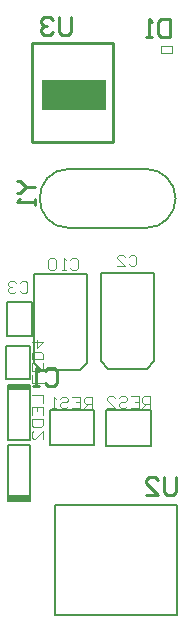
<source format=gbo>
G04*
G04 #@! TF.GenerationSoftware,Altium Limited,Altium Designer,21.0.9 (235)*
G04*
G04 Layer_Color=32896*
%FSLAX25Y25*%
%MOIN*%
G70*
G04*
G04 #@! TF.SameCoordinates,8C7BE193-C278-4644-9D0B-105955A7BB27*
G04*
G04*
G04 #@! TF.FilePolarity,Positive*
G04*
G01*
G75*
%ADD10C,0.00787*%
%ADD11C,0.01000*%
%ADD13C,0.00394*%
%ADD15R,0.07087X0.01378*%
%ADD60C,0.00197*%
%ADD61R,0.21260X0.10236*%
D10*
X39173Y169685D02*
G03*
X39173Y150000I0J-9843D01*
G01*
X64732D02*
G03*
X64732Y169685I32J9843D01*
G01*
X34252Y21063D02*
Y57677D01*
X75197Y21063D02*
Y57677D01*
X34252D02*
X75197D01*
X34252Y21063D02*
X75197D01*
X39173Y150000D02*
X64732D01*
X39173Y169685D02*
X64732D01*
X44980Y105118D02*
Y134646D01*
X35925D02*
X44980D01*
X42618Y102756D02*
X44980Y105118D01*
X29626Y102756D02*
X42618D01*
X27264Y128724D02*
Y134646D01*
X35925D01*
X27264Y105118D02*
Y128724D01*
Y105118D02*
X29626Y102756D01*
X67421Y105512D02*
Y135039D01*
X58366D02*
X67421D01*
X65059Y103150D02*
X67421Y105512D01*
X52067Y103150D02*
X65059D01*
X49705Y129118D02*
Y135039D01*
X58366D01*
X49705Y105512D02*
Y129118D01*
Y105512D02*
X52067Y103150D01*
X25984Y96358D02*
Y97736D01*
X22441Y96358D02*
X25984D01*
Y79232D02*
Y96358D01*
X18898Y97736D02*
X25984D01*
X18898Y96358D02*
Y97736D01*
Y79232D02*
Y96358D01*
Y79232D02*
X25984D01*
X18898Y96358D02*
X22441D01*
X17913Y110777D02*
X26181D01*
X17913Y99606D02*
Y110777D01*
X26181Y99705D02*
Y105364D01*
Y110630D02*
Y110777D01*
Y105364D02*
Y110777D01*
X17913Y99606D02*
X26181D01*
X18898Y59153D02*
Y60532D01*
X22441D01*
X18898D02*
Y77658D01*
Y59153D02*
X25984D01*
Y60532D01*
Y77658D01*
X18898D02*
X25984D01*
X22441Y60532D02*
X25984D01*
X38957Y89468D02*
X44311D01*
X47539Y77658D02*
Y89468D01*
X32579Y77658D02*
X47539D01*
X32579D02*
Y89468D01*
X44311D02*
X47539D01*
X32579D02*
X38957D01*
X57854Y89173D02*
X63209D01*
X66437Y77362D02*
Y89173D01*
X51476Y77362D02*
X66437D01*
X51476D02*
Y89173D01*
X63209D02*
X66437D01*
X51476D02*
X57854D01*
X18504Y125197D02*
X26772D01*
X18504Y114026D02*
Y119439D01*
Y114026D02*
Y114173D01*
Y119439D02*
Y125098D01*
X26772Y114026D02*
Y125197D01*
X18504Y114026D02*
X26772D01*
D11*
X53642Y178740D02*
Y211811D01*
X26870D02*
X53642D01*
X26870Y178740D02*
Y211811D01*
Y178740D02*
X53642D01*
X74600Y67098D02*
Y62100D01*
X73600Y61100D01*
X71601D01*
X70601Y62100D01*
Y67098D01*
X64603Y61100D02*
X68602D01*
X64603Y65099D01*
Y66098D01*
X65603Y67098D01*
X67602D01*
X68602Y66098D01*
X21607Y165810D02*
X22607D01*
X24606Y163810D01*
X22607Y161811D01*
X21607D01*
X24606Y163810D02*
X27605D01*
Y159812D02*
Y157812D01*
Y158812D01*
X21607D01*
X22607Y159812D01*
X39841Y220420D02*
Y215422D01*
X38841Y214422D01*
X36842D01*
X35842Y215422D01*
Y220420D01*
X33843Y219421D02*
X32843Y220420D01*
X30844D01*
X29844Y219421D01*
Y218421D01*
X30844Y217421D01*
X31844D01*
X30844D01*
X29844Y216422D01*
Y215422D01*
X30844Y214422D01*
X32843D01*
X33843Y215422D01*
X72600Y219598D02*
Y213600D01*
X69601D01*
X68601Y214600D01*
Y218598D01*
X69601Y219598D01*
X72600D01*
X66602Y213600D02*
X64603D01*
X65602D01*
Y219598D01*
X66602Y218598D01*
X31201Y102491D02*
X32201Y103491D01*
X34200D01*
X35199Y102491D01*
Y98493D01*
X34200Y97493D01*
X32201D01*
X31201Y98493D01*
X29201Y97493D02*
X27202D01*
X28202D01*
Y103491D01*
X29201Y102491D01*
D13*
X22605Y131627D02*
X23261Y132283D01*
X24573D01*
X25229Y131627D01*
Y129003D01*
X24573Y128347D01*
X23261D01*
X22605Y129003D01*
X21293Y131627D02*
X20637Y132283D01*
X19325D01*
X18669Y131627D01*
Y130971D01*
X19325Y130315D01*
X19981D01*
X19325D01*
X18669Y129659D01*
Y129003D01*
X19325Y128347D01*
X20637D01*
X21293Y129003D01*
X66172Y89961D02*
Y93897D01*
X64204D01*
X63548Y93241D01*
Y91929D01*
X64204Y91273D01*
X66172D01*
X64860D02*
X63548Y89961D01*
X59613Y93897D02*
X62236D01*
Y89961D01*
X59613D01*
X62236Y91929D02*
X60925D01*
X55677Y93241D02*
X56333Y93897D01*
X57645D01*
X58301Y93241D01*
Y92585D01*
X57645Y91929D01*
X56333D01*
X55677Y91273D01*
Y90617D01*
X56333Y89961D01*
X57645D01*
X58301Y90617D01*
X51741Y89961D02*
X54365D01*
X51741Y92585D01*
Y93241D01*
X52397Y93897D01*
X53709D01*
X54365Y93241D01*
X46619Y89863D02*
Y93799D01*
X44651D01*
X43995Y93143D01*
Y91831D01*
X44651Y91175D01*
X46619D01*
X45307D02*
X43995Y89863D01*
X40059Y93799D02*
X42683D01*
Y89863D01*
X40059D01*
X42683Y91831D02*
X41371D01*
X36123Y93143D02*
X36779Y93799D01*
X38091D01*
X38747Y93143D01*
Y92487D01*
X38091Y91831D01*
X36779D01*
X36123Y91175D01*
Y90519D01*
X36779Y89863D01*
X38091D01*
X38747Y90519D01*
X34811Y89863D02*
X33500D01*
X34155D01*
Y93799D01*
X34811Y93143D01*
X30511Y98296D02*
X26575D01*
Y100920D01*
X30511Y104856D02*
Y102232D01*
X26575D01*
Y104856D01*
X28543Y102232D02*
Y103544D01*
X30511Y106168D02*
X26575D01*
Y108136D01*
X27231Y108792D01*
X29855D01*
X30511Y108136D01*
Y106168D01*
X26575Y112071D02*
X30511D01*
X28543Y110103D01*
Y112727D01*
X26575Y94223D02*
X30511D01*
Y91600D01*
X26575Y87664D02*
Y90288D01*
X30511D01*
Y87664D01*
X28543Y90288D02*
Y88976D01*
X26575Y86352D02*
X30511D01*
Y84384D01*
X29855Y83728D01*
X27231D01*
X26575Y84384D01*
Y86352D01*
X30511Y79792D02*
Y82416D01*
X27887Y79792D01*
X27231D01*
X26575Y80448D01*
Y81760D01*
X27231Y82416D01*
X39402Y139304D02*
X40058Y139960D01*
X41370D01*
X42026Y139304D01*
Y136680D01*
X41370Y136024D01*
X40058D01*
X39402Y136680D01*
X38090Y136024D02*
X36778D01*
X37434D01*
Y139960D01*
X38090Y139304D01*
X34810D02*
X34154Y139960D01*
X32843D01*
X32187Y139304D01*
Y136680D01*
X32843Y136024D01*
X34154D01*
X34810Y136680D01*
Y139304D01*
X58924Y140485D02*
X59580Y141141D01*
X60891D01*
X61547Y140485D01*
Y137861D01*
X60891Y137205D01*
X59580D01*
X58924Y137861D01*
X54988Y137205D02*
X57612D01*
X54988Y139829D01*
Y140485D01*
X55644Y141141D01*
X56956D01*
X57612Y140485D01*
D15*
X22440Y97046D02*
D03*
X22439Y59842D02*
D03*
D60*
X69587Y210531D02*
X73524D01*
X69587Y209350D02*
Y210531D01*
X73524Y208169D02*
Y210531D01*
X69587Y208169D02*
X73524D01*
X69587D02*
Y209350D01*
D61*
X40650Y194486D02*
D03*
M02*

</source>
